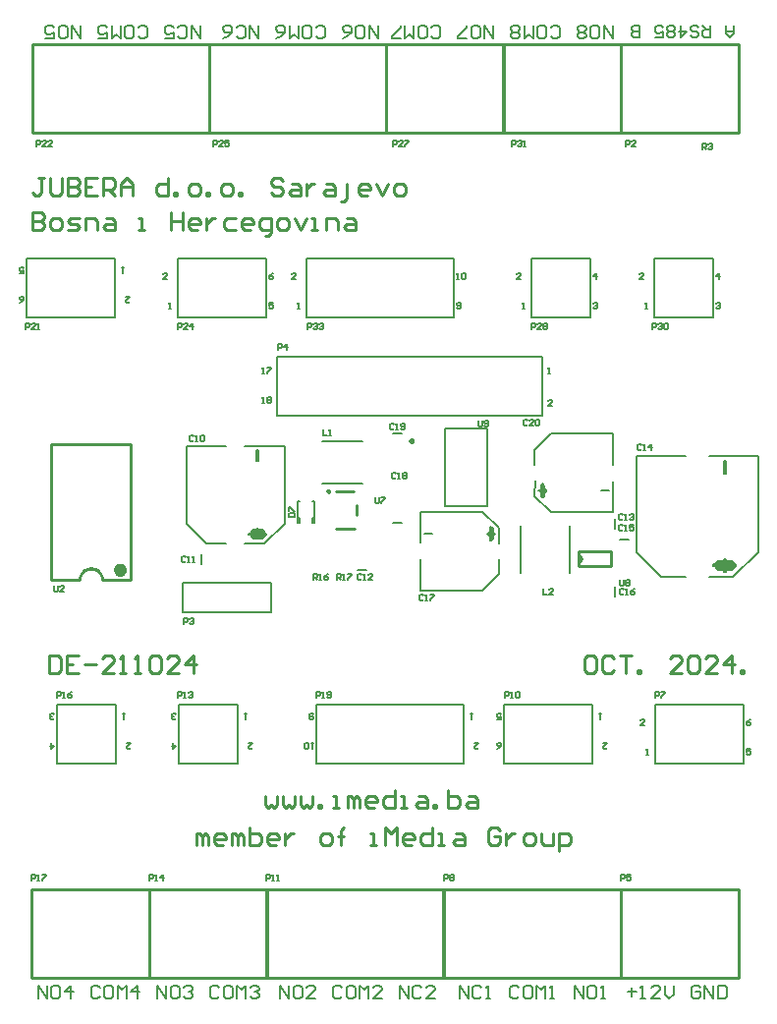
<source format=gto>
%FSDAX24Y24*%
%MOIN*%
%SFA1B1*%

%IPPOS*%
%ADD10C,0.010000*%
%ADD11C,0.009843*%
%ADD12C,0.005984*%
%ADD13C,0.006000*%
%ADD14C,0.007874*%
%ADD15C,0.008000*%
%ADD16C,0.005905*%
%ADD17C,0.005000*%
%ADD84C,0.005000*%
%ADD85C,0.010000*%
%ADD86C,0.020000*%
%LNpcb_baseboard-1*%
%LPD*%
G54D10*
X019938Y015018D02*
D01*
X019945Y015018*
X019951Y015019*
X019958Y015020*
X019964Y015021*
X019970Y015023*
X019977Y015026*
X019982Y015029*
X019988Y015032*
X019993Y015036*
X019999Y015040*
X020003Y015044*
X020008Y015049*
X020012Y015054*
X020016Y015059*
X020019Y015065*
X020023Y015070*
X020025Y015076*
X020027Y015082*
X020029Y015089*
X020031Y015095*
X020031Y015102*
X020032Y015108*
Y015115*
X020031Y015121*
X020031Y015128*
X020029Y015134*
X020027Y015140*
X020025Y015146*
X020023Y015152*
X020019Y015158*
X020016Y015164*
X020012Y015169*
X020008Y015174*
X020003Y015179*
X019999Y015183*
X019993Y015187*
X019988Y015191*
X019982Y015194*
X019977Y015197*
X019970Y015199*
X019964Y015201*
X019958Y015203*
X019951Y015204*
X019945Y015205*
X019938Y015205*
X003783Y014400D02*
D01*
X003782Y014426*
X003780Y014453*
X003775Y014480*
X003768Y014506*
X003760Y014531*
X003750Y014556*
X003738Y014580*
X003725Y014604*
X003710Y014626*
X003693Y014647*
X003675Y014667*
X003656Y014686*
X003635Y014703*
X003614Y014719*
X003591Y014733*
X003567Y014746*
X003543Y014756*
X003517Y014766*
X003491Y014773*
X003465Y014779*
X003439Y014782*
X003412Y014784*
X003385*
X003358Y014782*
X003331Y014779*
X003305Y014773*
X003279Y014766*
X003254Y014756*
X003230Y014746*
X003206Y014733*
X003183Y014719*
X003161Y014703*
X003141Y014686*
X003121Y014667*
X003103Y014647*
X003087Y014626*
X003072Y014604*
X003058Y014580*
X003047Y014556*
X003037Y014531*
X003028Y014506*
X003022Y014480*
X003017Y014453*
X003014Y014426*
X003013Y014400*
X011475Y017404D02*
D01*
X011475Y017406*
X011475Y017407*
X011475Y017409*
X011475Y017411*
X011474Y017413*
X011473Y017414*
X011473Y017416*
X011472Y017417*
X011471Y017419*
X011470Y017420*
X011468Y017421*
X011467Y017423*
X011466Y017424*
X011464Y017425*
X011463Y017426*
X011461Y017427*
X011460Y017427*
X011458Y017428*
X011456Y017428*
X011455Y017429*
X011453Y017429*
X011451Y017429*
X011449*
X011448Y017429*
X011446Y017429*
X011444Y017428*
X011443Y017428*
X011441Y017427*
X011439Y017427*
X011438Y017426*
X011436Y017425*
X011435Y017424*
X011433Y017423*
X011432Y017421*
X011431Y017420*
X011430Y017419*
X011429Y017417*
X011428Y017416*
X011427Y017414*
X011427Y017413*
X011426Y017411*
X011426Y017409*
X011425Y017407*
X011425Y017406*
X011425Y017404*
X011425Y017402*
X011425Y017400*
X011426Y017399*
X011426Y017397*
X011427Y017395*
X011427Y017394*
X011428Y017392*
X011429Y017391*
X011430Y017389*
X011431Y017388*
X011432Y017386*
X011433Y017385*
X011435Y017384*
X011436Y017383*
X011438Y017382*
X011439Y017381*
X011441Y017381*
X011443Y017380*
X011444Y017379*
X011446Y017379*
X011448Y017379*
X011449Y017379*
X011451*
X011453Y017379*
X011455Y017379*
X011456Y017379*
X011458Y017380*
X011460Y017381*
X011461Y017381*
X011463Y017382*
X011464Y017383*
X011466Y017384*
X011467Y017385*
X011468Y017386*
X011470Y017388*
X011471Y017389*
X011472Y017391*
X011473Y017392*
X011473Y017394*
X011474Y017395*
X011475Y017397*
X011475Y017399*
X011475Y017400*
X011475Y017402*
X011475Y017404*
X019938Y015018D02*
Y015350D01*
Y014870D02*
Y015205D01*
Y014870D02*
X021061D01*
Y015350*
X019938D02*
X021061D01*
X002046Y014400D02*
Y019000D01*
X004746*
Y014400D02*
Y019000D01*
X003794Y014400D02*
X004746D01*
X002046D02*
X003013D01*
X012404Y016601D02*
Y016949D01*
X011711Y016145D02*
X012341D01*
X011719Y017412D02*
X012325D01*
X021380Y032565D02*
X025380D01*
X021380Y029565D02*
Y032565D01*
X025380Y029565D02*
Y032565D01*
X021380Y029565D02*
X025380D01*
X013410Y032565D02*
X017410D01*
X013410Y029565D02*
Y032565D01*
X017410Y029565D02*
Y032565D01*
X013410Y029565D02*
X017410D01*
X017380Y032565D02*
X021380D01*
X017380Y029565D02*
Y032565D01*
X021380Y029565D02*
Y032565D01*
X017380Y029565D02*
X021380D01*
X007400D02*
X013400D01*
X007400Y032565D02*
X013400D01*
X007400Y029565D02*
Y032565D01*
X013400Y029565D02*
Y032565D01*
X001400D02*
X007400D01*
X001400Y029565D02*
X007400D01*
Y032565*
X001400Y029565D02*
Y032565D01*
X001385Y003900D02*
X005385D01*
X001385Y000900D02*
Y003900D01*
X005385Y000900D02*
Y003900D01*
X001385Y000900D02*
X005385D01*
X005370Y003900D02*
X009370D01*
X005370Y000900D02*
Y003900D01*
X009370Y000900D02*
Y003900D01*
X005370Y000900D02*
X009370D01*
X021370D02*
Y003900D01*
X015370Y000900D02*
Y003900D01*
X021370*
X015370Y000900D02*
X021370D01*
X009360D02*
Y003900D01*
X015360Y000900D02*
Y003900D01*
X009360Y000900D02*
X015360D01*
X009360Y003900D02*
X015360D01*
X021370D02*
X025370D01*
X021370Y000900D02*
Y003900D01*
X025370Y000900D02*
Y003900D01*
X021370Y000900D02*
X025370D01*
X006970Y005410D02*
Y005809D01*
X007069*
X007169Y005709*
Y005410*
Y005709*
X007269Y005809*
X007369Y005709*
Y005410*
X007869D02*
X007669D01*
X007569Y005509*
Y005709*
X007669Y005809*
X007869*
X007969Y005709*
Y005609*
X007569*
X008169Y005410D02*
Y005809D01*
X008269*
X008369Y005709*
Y005410*
Y005709*
X008469Y005809*
X008569Y005709*
Y005410*
X008769Y006009D02*
Y005410D01*
X009069*
X009169Y005509*
Y005609*
Y005709*
X009069Y005809*
X008769*
X009669Y005410D02*
X009469D01*
X009369Y005509*
Y005709*
X009469Y005809*
X009669*
X009769Y005709*
Y005609*
X009369*
X009969Y005809D02*
Y005410D01*
Y005609*
X010069Y005709*
X010168Y005809*
X010268*
X011268Y005410D02*
X011468D01*
X011568Y005509*
Y005709*
X011468Y005809*
X011268*
X011168Y005709*
Y005509*
X011268Y005410*
X011868D02*
Y005909D01*
Y005709*
X011768*
X011968*
X011868*
Y005909*
X011968Y006009*
X012868Y005410D02*
X013068D01*
X012968*
Y005809*
X012868*
X013367Y005410D02*
Y006009D01*
X013567Y005809*
X013767Y006009*
Y005410*
X014267D02*
X014067D01*
X013967Y005509*
Y005709*
X014067Y005809*
X014267*
X014367Y005709*
Y005609*
X013967*
X014967Y006009D02*
Y005410D01*
X014667*
X014567Y005509*
Y005709*
X014667Y005809*
X014967*
X015167Y005410D02*
X015367D01*
X015267*
Y005809*
X015167*
X015767D02*
X015967D01*
X016067Y005709*
Y005410*
X015767*
X015667Y005509*
X015767Y005609*
X016067*
X017266Y005909D02*
X017166Y006009D01*
X016966*
X016866Y005909*
Y005509*
X016966Y005410*
X017166*
X017266Y005509*
Y005709*
X017066*
X017466Y005809D02*
Y005410D01*
Y005609*
X017566Y005709*
X017666Y005809*
X017766*
X018166Y005410D02*
X018366D01*
X018466Y005509*
Y005709*
X018366Y005809*
X018166*
X018066Y005709*
Y005509*
X018166Y005410*
X018666Y005809D02*
Y005509D01*
X018766Y005410*
X019066*
Y005809*
X019266Y005210D02*
Y005809D01*
X019565*
X019665Y005709*
Y005509*
X019565Y005410*
X019266*
X009320Y007079D02*
Y006779D01*
X009419Y006680*
X009519Y006779*
X009619Y006680*
X009719Y006779*
Y007079*
X009919D02*
Y006779D01*
X010019Y006680*
X010119Y006779*
X010219Y006680*
X010319Y006779*
Y007079*
X010519D02*
Y006779D01*
X010619Y006680*
X010719Y006779*
X010819Y006680*
X010919Y006779*
Y007079*
X011119Y006680D02*
Y006779D01*
X011219*
Y006680*
X011119*
X011619D02*
X011819D01*
X011719*
Y007079*
X011619*
X012119Y006680D02*
Y007079D01*
X012219*
X012319Y006979*
Y006680*
Y006979*
X012419Y007079*
X012518Y006979*
Y006680*
X013018D02*
X012818D01*
X012718Y006779*
Y006979*
X012818Y007079*
X013018*
X013118Y006979*
Y006879*
X012718*
X013718Y007279D02*
Y006680D01*
X013418*
X013318Y006779*
Y006979*
X013418Y007079*
X013718*
X013918Y006680D02*
X014118D01*
X014018*
Y007079*
X013918*
X014518D02*
X014718D01*
X014818Y006979*
Y006680*
X014518*
X014418Y006779*
X014518Y006879*
X014818*
X015018Y006680D02*
Y006779D01*
X015118*
Y006680*
X015018*
X015517Y007279D02*
Y006680D01*
X015817*
X015917Y006779*
Y006879*
Y006979*
X015817Y007079*
X015517*
X016217D02*
X016417D01*
X016517Y006979*
Y006680*
X016217*
X016117Y006779*
X016217Y006879*
X016517*
X020459Y011819D02*
X020259D01*
X020160Y011719*
Y011319*
X020259Y011220*
X020459*
X020559Y011319*
Y011719*
X020459Y011819*
X021159Y011719D02*
X021059Y011819D01*
X020859*
X020759Y011719*
Y011319*
X020859Y011220*
X021059*
X021159Y011319*
X021359Y011819D02*
X021759D01*
X021559*
Y011220*
X021959D02*
Y011319D01*
X022059*
Y011220*
X021959*
X023458D02*
X023059D01*
X023458Y011619*
Y011719*
X023358Y011819*
X023159*
X023059Y011719*
X023658D02*
X023758Y011819D01*
X023958*
X024058Y011719*
Y011319*
X023958Y011220*
X023758*
X023658Y011319*
Y011719*
X024658Y011220D02*
X024258D01*
X024658Y011619*
Y011719*
X024558Y011819*
X024358*
X024258Y011719*
X025158Y011220D02*
Y011819D01*
X024858Y011519*
X025258*
X025458Y011220D02*
Y011319D01*
X025558*
Y011220*
X025458*
X001799Y028019D02*
X001599D01*
X001699*
Y027519*
X001599Y027420*
X001499*
X001400Y027519*
X001999Y028019D02*
Y027519D01*
X002099Y027420*
X002299*
X002399Y027519*
Y028019*
X002599D02*
Y027420D01*
X002899*
X002999Y027519*
Y027619*
X002899Y027719*
X002599*
X002899*
X002999Y027819*
Y027919*
X002899Y028019*
X002599*
X003599D02*
X003199D01*
Y027420*
X003599*
X003199Y027719D02*
X003399D01*
X003799Y027420D02*
Y028019D01*
X004099*
X004199Y027919*
Y027719*
X004099Y027619*
X003799*
X003999D02*
X004199Y027420D01*
X004399D02*
Y027819D01*
X004598Y028019*
X004798Y027819*
Y027420*
Y027719*
X004399*
X005998Y028019D02*
Y027420D01*
X005698*
X005598Y027519*
Y027719*
X005698Y027819*
X005998*
X006198Y027420D02*
Y027519D01*
X006298*
Y027420*
X006198*
X006798D02*
X006998D01*
X007098Y027519*
Y027719*
X006998Y027819*
X006798*
X006698Y027719*
Y027519*
X006798Y027420*
X007298D02*
Y027519D01*
X007398*
Y027420*
X007298*
X007897D02*
X008097D01*
X008197Y027519*
Y027719*
X008097Y027819*
X007897*
X007797Y027719*
Y027519*
X007897Y027420*
X008397D02*
Y027519D01*
X008497*
Y027420*
X008397*
X009897Y027919D02*
X009797Y028019D01*
X009597*
X009497Y027919*
Y027819*
X009597Y027719*
X009797*
X009897Y027619*
Y027519*
X009797Y027420*
X009597*
X009497Y027519*
X010197Y027819D02*
X010397D01*
X010497Y027719*
Y027420*
X010197*
X010097Y027519*
X010197Y027619*
X010497*
X010697Y027819D02*
Y027420D01*
Y027619*
X010796Y027719*
X010896Y027819*
X010996*
X011396D02*
X011596D01*
X011696Y027719*
Y027420*
X011396*
X011296Y027519*
X011396Y027619*
X011696*
X011896Y027220D02*
X011996D01*
X012096Y027320*
Y027819*
X012796Y027420D02*
X012596D01*
X012496Y027519*
Y027719*
X012596Y027819*
X012796*
X012896Y027719*
Y027619*
X012496*
X013096Y027819D02*
X013296Y027420D01*
X013496Y027819*
X013795Y027420D02*
X013995D01*
X014095Y027519*
Y027719*
X013995Y027819*
X013795*
X013696Y027719*
Y027519*
X013795Y027420*
X001400Y026879D02*
Y026280D01*
X001699*
X001799Y026379*
Y026479*
X001699Y026579*
X001400*
X001699*
X001799Y026679*
Y026779*
X001699Y026879*
X001400*
X002099Y026280D02*
X002299D01*
X002399Y026379*
Y026579*
X002299Y026679*
X002099*
X001999Y026579*
Y026379*
X002099Y026280*
X002599D02*
X002899D01*
X002999Y026379*
X002899Y026479*
X002699*
X002599Y026579*
X002699Y026679*
X002999*
X003199Y026280D02*
Y026679D01*
X003499*
X003599Y026579*
Y026280*
X003899Y026679D02*
X004099D01*
X004199Y026579*
Y026280*
X003899*
X003799Y026379*
X003899Y026479*
X004199*
X004998Y026280D02*
X005198D01*
X005098*
Y026679*
X004998*
X006098Y026879D02*
Y026280D01*
Y026579*
X006498*
Y026879*
Y026280*
X006998D02*
X006798D01*
X006698Y026379*
Y026579*
X006798Y026679*
X006998*
X007098Y026579*
Y026479*
X006698*
X007298Y026679D02*
Y026280D01*
Y026479*
X007398Y026579*
X007498Y026679*
X007597*
X008297D02*
X007997D01*
X007897Y026579*
Y026379*
X007997Y026280*
X008297*
X008797D02*
X008597D01*
X008497Y026379*
Y026579*
X008597Y026679*
X008797*
X008897Y026579*
Y026479*
X008497*
X009297Y026080D02*
X009397D01*
X009497Y026180*
Y026679*
X009197*
X009097Y026579*
Y026379*
X009197Y026280*
X009497*
X009797D02*
X009997D01*
X010097Y026379*
Y026579*
X009997Y026679*
X009797*
X009697Y026579*
Y026379*
X009797Y026280*
X010297Y026679D02*
X010497Y026280D01*
X010697Y026679*
X010896Y026280D02*
X011096D01*
X010996*
Y026679*
X010896*
X011396Y026280D02*
Y026679D01*
X011696*
X011796Y026579*
Y026280*
X012096Y026679D02*
X012296D01*
X012396Y026579*
Y026280*
X012096*
X011996Y026379*
X012096Y026479*
X012396*
X001980Y011819D02*
Y011220D01*
X002279*
X002379Y011319*
Y011719*
X002279Y011819*
X001980*
X002979D02*
X002579D01*
Y011220*
X002979*
X002579Y011519D02*
X002779D01*
X003179D02*
X003579D01*
X004179Y011220D02*
X003779D01*
X004179Y011619*
Y011719*
X004079Y011819*
X003879*
X003779Y011719*
X004379Y011220D02*
X004579D01*
X004479*
Y011819*
X004379Y011719*
X004879Y011220D02*
X005079D01*
X004979*
Y011819*
X004879Y011719*
X005378D02*
X005478Y011819D01*
X005678*
X005778Y011719*
Y011319*
X005678Y011220*
X005478*
X005378Y011319*
Y011719*
X006378Y011220D02*
X005978D01*
X006378Y011619*
Y011719*
X006278Y011819*
X006078*
X005978Y011719*
X006878Y011220D02*
Y011819D01*
X006578Y011519*
X006978*
G54D11*
X014327Y019111D02*
D01*
X014327Y019114*
X014327Y019117*
X014326Y019121*
X014325Y019124*
X014324Y019127*
X014323Y019131*
X014321Y019134*
X014320Y019137*
X014318Y019139*
X014316Y019142*
X014313Y019145*
X014311Y019147*
X014308Y019149*
X014305Y019151*
X014302Y019153*
X014299Y019155*
X014296Y019156*
X014293Y019157*
X014290Y019158*
X014286Y019159*
X014283Y019159*
X014280Y019160*
X014276*
X014273Y019159*
X014269Y019159*
X014266Y019158*
X014263Y019157*
X014259Y019156*
X014256Y019155*
X014253Y019153*
X014250Y019151*
X014248Y019149*
X014245Y019147*
X014242Y019145*
X014240Y019142*
X014238Y019139*
X014236Y019137*
X014234Y019134*
X014233Y019131*
X014232Y019127*
X014231Y019124*
X014230Y019121*
X014229Y019117*
X014229Y019114*
X014229Y019111*
X014229Y019107*
X014229Y019104*
X014230Y019100*
X014231Y019097*
X014232Y019094*
X014233Y019091*
X014234Y019087*
X014236Y019084*
X014238Y019082*
X014240Y019079*
X014242Y019076*
X014245Y019074*
X014248Y019072*
X014250Y019070*
X014253Y019068*
X014256Y019066*
X014259Y019065*
X014263Y019064*
X014266Y019063*
X014269Y019062*
X014273Y019062*
X014276Y019061*
X014280*
X014283Y019062*
X014286Y019062*
X014290Y019063*
X014293Y019064*
X014296Y019065*
X014299Y019066*
X014302Y019068*
X014305Y019070*
X014308Y019072*
X014311Y019074*
X014313Y019076*
X014316Y019079*
X014318Y019082*
X014320Y019084*
X014321Y019087*
X014323Y019091*
X014324Y019094*
X014325Y019097*
X014326Y019100*
X014327Y019104*
X014327Y019107*
X014327Y019111*
G54D12*
X021914Y018615D02*
X023576D01*
X024368D02*
X026030D01*
X024368Y014499D02*
X025188D01*
X022755D02*
X023576D01*
G54D13*
X021914Y015340D02*
Y018615D01*
Y015340D02*
X022755Y014499D01*
X026030Y015340D02*
Y018615D01*
X025188Y014499D02*
X026030Y015340D01*
X017239Y014591D02*
Y015100D01*
X016689Y014041D02*
X017239Y014591D01*
X014580Y014041D02*
X016689D01*
X014580D02*
X014583Y015092D01*
X017233Y015640D02*
X017238Y016150D01*
X016689Y016700D02*
X017238Y016150D01*
X014580Y016700D02*
X016689D01*
X014580D02*
X014588Y015662D01*
X008608Y018940D02*
X009963D01*
Y016315D02*
Y018940D01*
X009280Y015632D02*
X009963Y016315D01*
X008608Y015632D02*
X009280D01*
X006636Y018940D02*
X007991D01*
X006636Y016315D02*
Y018940D01*
Y016315D02*
X007319Y015632D01*
X007991*
X021111Y017737D02*
X021119Y016700D01*
X019010D02*
X021119D01*
X018461Y017249D02*
X019010Y016700D01*
X018461Y017249D02*
X018466Y017759D01*
X021116Y018307D02*
X021119Y019358D01*
X019010D02*
X021119D01*
X018460Y018808D02*
X019010Y019358D01*
X018460Y018299D02*
Y018808D01*
G54D14*
X021169Y016142D02*
Y016457D01*
Y013842D02*
Y014157D01*
X016857Y016886D02*
Y019524D01*
X015400Y016886D02*
X016857D01*
X015400D02*
Y019524D01*
X016857*
X012442Y014730D02*
X012757D01*
X010483Y016325D02*
Y016483D01*
X010404D02*
X010483D01*
X010916D02*
X010995D01*
X010916Y016325D02*
Y016483D01*
X010995Y016325D02*
Y017074D01*
X010404Y016325D02*
Y017074D01*
X010916D02*
X010995D01*
X010916Y016325D02*
X010995D01*
X010404Y017074D02*
X010483D01*
X010404Y016325D02*
X010483D01*
X007130Y014942D02*
Y015257D01*
X002260Y010162D02*
X004260D01*
X002260Y008162D02*
Y010162D01*
X004260Y008162D02*
Y010162D01*
X002260Y008162D02*
X004260D01*
X006390Y010162D02*
X008390D01*
X006390Y008162D02*
Y010162D01*
X008390Y008162D02*
Y010162D01*
X006390Y008162D02*
X008390D01*
X011040D02*
Y010162D01*
X016040Y008162D02*
Y010162D01*
X011040Y008162D02*
X016040D01*
X011040Y010162D02*
X016040D01*
X017420D02*
X019336D01*
X017420D02*
X020420D01*
X017420Y008162D02*
X020420D01*
Y010162*
X017420Y008162D02*
Y010162D01*
X023643Y008162D02*
X025560D01*
X022560D02*
X025560D01*
X022560Y010162D02*
X025560D01*
X022560Y008162D02*
Y010162D01*
X025560Y008162D02*
Y010162D01*
X001200Y025302D02*
X003116D01*
X001200D02*
X004200D01*
X001200Y023302D02*
X004200D01*
Y025302*
X001200Y023302D02*
Y025302D01*
X007424Y023302D02*
X009340D01*
X006340D02*
X009340D01*
X006340Y025302D02*
X009340D01*
X006340Y023302D02*
Y025302D01*
X009340Y023302D02*
Y025302D01*
X015700Y023302D02*
Y025302D01*
X010700Y023302D02*
Y025302D01*
X015700*
X010700Y023302D02*
X015700D01*
X018340D02*
X020340D01*
Y025302*
X018340Y023302D02*
Y025302D01*
X020340*
X022500Y023302D02*
X024500D01*
Y025302*
X022500Y023302D02*
Y025302D01*
X024500*
X009700Y019950D02*
Y021950D01*
X018700Y019950D02*
Y021950D01*
X009700Y019950D02*
X018700D01*
X009700Y021950D02*
X018700D01*
X006500Y013300D02*
X009500D01*
Y014300*
X006500D02*
X009500D01*
X006500Y013300D02*
Y014300D01*
X013642Y019369D02*
X013957D01*
X021342Y015769D02*
X021657D01*
X013642Y016330D02*
X013957D01*
G54D15*
X017996Y016220D02*
Y014645D01*
X019650D02*
Y016220D01*
X001600Y000200D02*
Y000649D01*
X001899Y000200*
Y000649*
X002274D02*
X002124D01*
X002049Y000574*
Y000274*
X002124Y000200*
X002274*
X002349Y000274*
Y000574*
X002274Y000649*
X002724Y000200D02*
Y000649D01*
X002499Y000424*
X002799*
X003699Y000574D02*
X003624Y000649D01*
X003474*
X003399Y000574*
Y000274*
X003474Y000200*
X003624*
X003699Y000274*
X004074Y000649D02*
X003924D01*
X003849Y000574*
Y000274*
X003924Y000200*
X004074*
X004149Y000274*
Y000574*
X004074Y000649*
X004299Y000200D02*
Y000649D01*
X004449Y000499*
X004599Y000649*
Y000200*
X004973D02*
Y000649D01*
X004748Y000424*
X005048*
X005648Y000200D02*
Y000649D01*
X005948Y000200*
Y000649*
X006323D02*
X006173D01*
X006098Y000574*
Y000274*
X006173Y000200*
X006323*
X006398Y000274*
Y000574*
X006323Y000649*
X006548Y000574D02*
X006623Y000649D01*
X006773*
X006848Y000574*
Y000499*
X006773Y000424*
X006698*
X006773*
X006848Y000349*
Y000274*
X006773Y000200*
X006623*
X006548Y000274*
X007748Y000574D02*
X007673Y000649D01*
X007523*
X007448Y000574*
Y000274*
X007523Y000200*
X007673*
X007748Y000274*
X008122Y000649D02*
X007972D01*
X007897Y000574*
Y000274*
X007972Y000200*
X008122*
X008197Y000274*
Y000574*
X008122Y000649*
X008347Y000200D02*
Y000649D01*
X008497Y000499*
X008647Y000649*
Y000200*
X008797Y000574D02*
X008872Y000649D01*
X009022*
X009097Y000574*
Y000499*
X009022Y000424*
X008947*
X009022*
X009097Y000349*
Y000274*
X009022Y000200*
X008872*
X008797Y000274*
X015900Y000200D02*
Y000649D01*
X016199Y000200*
Y000649*
X016649Y000574D02*
X016574Y000649D01*
X016424*
X016349Y000574*
Y000274*
X016424Y000200*
X016574*
X016649Y000274*
X016799Y000200D02*
X016949D01*
X016874*
Y000649*
X016799Y000574*
X017924D02*
X017849Y000649D01*
X017699*
X017624Y000574*
Y000274*
X017699Y000200*
X017849*
X017924Y000274*
X018299Y000649D02*
X018149D01*
X018074Y000574*
Y000274*
X018149Y000200*
X018299*
X018374Y000274*
Y000574*
X018299Y000649*
X018524Y000200D02*
Y000649D01*
X018674Y000499*
X018824Y000649*
Y000200*
X018974D02*
X019123D01*
X019048*
Y000649*
X018974Y000574*
X019798Y000200D02*
Y000649D01*
X020098Y000200*
Y000649*
X020473D02*
X020323D01*
X020248Y000574*
Y000274*
X020323Y000200*
X020473*
X020548Y000274*
Y000574*
X020473Y000649*
X020698Y000200D02*
X020848D01*
X020773*
Y000649*
X020698Y000574*
X021600Y000424D02*
X021899D01*
X021749Y000574D02*
Y000274D01*
X022049Y000200D02*
X022199D01*
X022124*
Y000649*
X022049Y000574*
X022724Y000200D02*
X022424D01*
X022724Y000499*
Y000574*
X022649Y000649*
X022499*
X022424Y000574*
X022874Y000649D02*
Y000349D01*
X023024Y000200*
X023174Y000349*
Y000649*
X024074Y000574D02*
X023999Y000649D01*
X023849*
X023774Y000574*
Y000274*
X023849Y000200*
X023999*
X024074Y000274*
Y000424*
X023924*
X024224Y000200D02*
Y000649D01*
X024524Y000200*
Y000649*
X024674D02*
Y000200D01*
X024898*
X024973Y000274*
Y000574*
X024898Y000649*
X024674*
X009821Y000200D02*
Y000649D01*
X010121Y000200*
Y000649*
X010496D02*
X010346D01*
X010271Y000574*
Y000274*
X010346Y000200*
X010496*
X010571Y000274*
Y000574*
X010496Y000649*
X011021Y000200D02*
X010721D01*
X011021Y000499*
Y000574*
X010946Y000649*
X010796*
X010721Y000574*
X011921D02*
X011846Y000649D01*
X011696*
X011621Y000574*
Y000274*
X011696Y000200*
X011846*
X011921Y000274*
X012295Y000649D02*
X012145D01*
X012071Y000574*
Y000274*
X012145Y000200*
X012295*
X012370Y000274*
Y000574*
X012295Y000649*
X012520Y000200D02*
Y000649D01*
X012670Y000499*
X012820Y000649*
Y000200*
X013270D02*
X012970D01*
X013270Y000499*
Y000574*
X013195Y000649*
X013045*
X012970Y000574*
X013870Y000200D02*
Y000649D01*
X014170Y000200*
Y000649*
X014620Y000574D02*
X014545Y000649D01*
X014395*
X014320Y000574*
Y000274*
X014395Y000200*
X014545*
X014620Y000274*
X015070Y000200D02*
X014770D01*
X015070Y000499*
Y000574*
X014995Y000649*
X014845*
X014770Y000574*
X021100Y033200D02*
Y032750D01*
X020800Y033200*
Y032750*
X020425D02*
X020575D01*
X020650Y032825*
Y033125*
X020575Y033200*
X020425*
X020350Y033125*
Y032825*
X020425Y032750*
X020200Y032825D02*
X020125Y032750D01*
X019975*
X019900Y032825*
Y032900*
X019975Y032975*
X019900Y033050*
Y033125*
X019975Y033200*
X020125*
X020200Y033125*
Y033050*
X020125Y032975*
X020200Y032900*
Y032825*
X020125Y032975D02*
X019975D01*
X019000Y032825D02*
X019075Y032750D01*
X019225*
X019300Y032825*
Y033125*
X019225Y033200*
X019075*
X019000Y033125*
X018625Y032750D02*
X018775D01*
X018850Y032825*
Y033125*
X018775Y033200*
X018625*
X018550Y033125*
Y032825*
X018625Y032750*
X018400Y033200D02*
Y032750D01*
X018250Y032900*
X018100Y032750*
Y033200*
X017951Y032825D02*
X017876Y032750D01*
X017726*
X017651Y032825*
Y032900*
X017726Y032975*
X017651Y033050*
Y033125*
X017726Y033200*
X017876*
X017951Y033125*
Y033050*
X017876Y032975*
X017951Y032900*
Y032825*
X017876Y032975D02*
X017726D01*
X017051Y033200D02*
Y032750D01*
X016751Y033200*
Y032750*
X016376D02*
X016526D01*
X016601Y032825*
Y033125*
X016526Y033200*
X016376*
X016301Y033125*
Y032825*
X016376Y032750*
X016151D02*
X015851D01*
Y032825*
X016151Y033125*
Y033200*
X014951Y032825D02*
X015026Y032750D01*
X015176*
X015251Y032825*
Y033125*
X015176Y033200*
X015026*
X014951Y033125*
X014577Y032750D02*
X014727D01*
X014802Y032825*
Y033125*
X014727Y033200*
X014577*
X014502Y033125*
Y032825*
X014577Y032750*
X014352Y033200D02*
Y032750D01*
X014202Y032900*
X014052Y032750*
Y033200*
X013902Y032750D02*
X013602D01*
Y032825*
X013902Y033125*
Y033200*
X013134D02*
Y032750D01*
X012834Y033200*
Y032750*
X012460D02*
X012610D01*
X012685Y032825*
Y033125*
X012610Y033200*
X012460*
X012385Y033125*
Y032825*
X012460Y032750*
X011935D02*
X012085Y032825D01*
X012235Y032975*
Y033125*
X012160Y033200*
X012010*
X011935Y033125*
Y033050*
X012010Y032975*
X012235*
X011035Y032825D02*
X011110Y032750D01*
X011260*
X011335Y032825*
Y033125*
X011260Y033200*
X011110*
X011035Y033125*
X010660Y032750D02*
X010810D01*
X010885Y032825*
Y033125*
X010810Y033200*
X010660*
X010585Y033125*
Y032825*
X010660Y032750*
X010435Y033200D02*
Y032750D01*
X010285Y032900*
X010135Y032750*
Y033200*
X009685Y032750D02*
X009835Y032825D01*
X009985Y032975*
Y033125*
X009910Y033200*
X009760*
X009685Y033125*
Y033050*
X009760Y032975*
X009985*
X009086Y033200D02*
Y032750D01*
X008786Y033200*
Y032750*
X008336Y032825D02*
X008411Y032750D01*
X008561*
X008636Y032825*
Y033125*
X008561Y033200*
X008411*
X008336Y033125*
X007886Y032750D02*
X008036Y032825D01*
X008186Y032975*
Y033125*
X008111Y033200*
X007961*
X007886Y033125*
Y033050*
X007961Y032975*
X008186*
X007100Y033200D02*
Y032750D01*
X006800Y033200*
Y032750*
X006350Y032825D02*
X006425Y032750D01*
X006575*
X006650Y032825*
Y033125*
X006575Y033200*
X006425*
X006350Y033125*
X005900Y032750D02*
X006200D01*
Y032975*
X006050Y032900*
X005975*
X005900Y032975*
Y033125*
X005975Y033200*
X006125*
X006200Y033125*
X005000Y032825D02*
X005075Y032750D01*
X005225*
X005300Y032825*
Y033125*
X005225Y033200*
X005075*
X005000Y033125*
X004625Y032750D02*
X004775D01*
X004850Y032825*
Y033125*
X004775Y033200*
X004625*
X004550Y033125*
Y032825*
X004625Y032750*
X004400Y033200D02*
Y032750D01*
X004250Y032900*
X004100Y032750*
Y033200*
X003651Y032750D02*
X003951D01*
Y032975*
X003801Y032900*
X003726*
X003651Y032975*
Y033125*
X003726Y033200*
X003876*
X003951Y033125*
X003051Y033200D02*
Y032750D01*
X002751Y033200*
Y032750*
X002376D02*
X002526D01*
X002601Y032825*
Y033125*
X002526Y033200*
X002376*
X002301Y033125*
Y032825*
X002376Y032750*
X001851D02*
X002151D01*
Y032975*
X002001Y032900*
X001926*
X001851Y032975*
Y033125*
X001926Y033200*
X002076*
X002151Y033125*
X025200Y033200D02*
Y032933D01*
X025066Y032800*
X024933Y032933*
Y033200*
Y033000*
X025200*
X024400Y033200D02*
Y032800D01*
X024200*
X024133Y032866*
Y033000*
X024200Y033066*
X024400*
X024266D02*
X024133Y033200D01*
X023733Y032866D02*
X023800Y032800D01*
X023933*
X024000Y032866*
Y032933*
X023933Y033000*
X023800*
X023733Y033066*
Y033133*
X023800Y033200*
X023933*
X024000Y033133*
X023400Y033200D02*
Y032800D01*
X023600Y033000*
X023333*
X023200Y032866D02*
X023134Y032800D01*
X023000*
X022934Y032866*
Y032933*
X023000Y033000*
X022934Y033066*
Y033133*
X023000Y033200*
X023134*
X023200Y033133*
Y033066*
X023134Y033000*
X023200Y032933*
Y032866*
X023134Y033000D02*
X023000D01*
X022534Y032800D02*
X022800D01*
Y033000*
X022667Y032933*
X022600*
X022534Y033000*
Y033133*
X022600Y033200*
X022734*
X022800Y033133*
X022001Y032800D02*
Y033200D01*
X021801*
X021734Y033133*
Y033066*
X021801Y033000*
X022001*
X021801*
X021734Y032933*
Y032866*
X021801Y032800*
X022001*
G54D16*
X011243Y017682D02*
X012621D01*
X011243Y019100D02*
X012621D01*
G54D17*
X002160Y009696D02*
X002126Y009663D01*
X002060*
X002026Y009696*
Y009729*
X002060Y009763*
X002093*
X002060*
X002026Y009796*
Y009829*
X002060Y009862*
X002126*
X002160Y009829*
X002060Y008862D02*
Y008663D01*
X002160Y008763*
X002026*
X004626Y008862D02*
X004760D01*
X004626Y008729*
Y008696*
X004660Y008663*
X004726*
X004760Y008696*
X004560Y009862D02*
X004493D01*
X004526*
Y009663*
X004560Y009696*
X006290D02*
X006256Y009663D01*
X006190*
X006156Y009696*
Y009729*
X006190Y009763*
X006223*
X006190*
X006156Y009796*
Y009829*
X006190Y009862*
X006256*
X006290Y009829*
X006190Y008862D02*
Y008663D01*
X006290Y008763*
X006156*
X008756Y008862D02*
X008890D01*
X008756Y008729*
Y008696*
X008790Y008663*
X008856*
X008890Y008696*
X008690Y009862D02*
X008623D01*
X008656*
Y009663*
X008690Y009696*
X016406Y008862D02*
X016540D01*
X016406Y008729*
Y008696*
X016440Y008663*
X016506*
X016540Y008696*
X016340Y009862D02*
X016273D01*
X016306*
Y009663*
X016340Y009696*
X010940Y009829D02*
X010906Y009862D01*
X010840*
X010806Y009829*
Y009696*
X010840Y009663*
X010906*
X010940Y009696*
Y009729*
X010906Y009763*
X010806*
X010940Y008862D02*
X010873D01*
X010906*
Y008663*
X010940Y008696*
X010773D02*
X010740Y008663D01*
X010673*
X010640Y008696*
Y008829*
X010673Y008862*
X010740*
X010773Y008829*
Y008696*
X020720Y009862D02*
X020653D01*
X020686*
Y009663*
X020720Y009696*
X020786Y008862D02*
X020920D01*
X020786Y008729*
Y008696*
X020820Y008663*
X020886*
X020920Y008696*
X017186Y009663D02*
X017320D01*
Y009763*
X017253Y009729*
X017220*
X017186Y009763*
Y009829*
X017220Y009862*
X017286*
X017320Y009829*
X017186Y008663D02*
X017253Y008696D01*
X017320Y008763*
Y008829*
X017286Y008862*
X017220*
X017186Y008829*
Y008796*
X017220Y008763*
X017320*
X022260Y008462D02*
X022326D01*
X022293*
Y008662*
X022260Y008629*
X022193Y009462D02*
X022060D01*
X022193Y009596*
Y009629*
X022159Y009662*
X022093*
X022060Y009629*
X025793Y008662D02*
X025660D01*
Y008562*
X025726Y008596*
X025759*
X025793Y008562*
Y008496*
X025759Y008462*
X025693*
X025660Y008496*
X025793Y009662D02*
X025726Y009629D01*
X025660Y009562*
Y009496*
X025693Y009462*
X025759*
X025793Y009496*
Y009529*
X025759Y009562*
X025660*
X004500Y025002D02*
X004433D01*
X004466*
Y024803*
X004500Y024836*
X004566Y024002D02*
X004700D01*
X004566Y023869*
Y023836*
X004600Y023803*
X004666*
X004700Y023836*
X000966Y024803D02*
X001100D01*
Y024903*
X001033Y024869*
X001000*
X000966Y024903*
Y024969*
X001000Y025002*
X001066*
X001100Y024969*
X000966Y023803D02*
X001033Y023836D01*
X001100Y023903*
Y023969*
X001066Y024002*
X001000*
X000966Y023969*
Y023936*
X001000Y023903*
X001100*
X006040Y023602D02*
X006107D01*
X006074*
Y023802*
X006040Y023769*
X005974Y024602D02*
X005840D01*
X005974Y024736*
Y024769*
X005940Y024802*
X005874*
X005840Y024769*
X009573Y023802D02*
X009440D01*
Y023702*
X009507Y023736*
X009540*
X009573Y023702*
Y023636*
X009540Y023602*
X009474*
X009440Y023636*
X009573Y024802D02*
X009507Y024769D01*
X009440Y024702*
Y024636*
X009474Y024602*
X009540*
X009573Y024636*
Y024669*
X009540Y024702*
X009440*
X010333Y024602D02*
X010200D01*
X010333Y024736*
Y024769*
X010299Y024802*
X010233*
X010200Y024769*
X010400Y023602D02*
X010466D01*
X010433*
Y023802*
X010400Y023769*
X015800Y023636D02*
X015833Y023602D01*
X015899*
X015933Y023636*
Y023769*
X015899Y023802*
X015833*
X015800Y023769*
Y023736*
X015833Y023702*
X015933*
X015800Y024602D02*
X015866D01*
X015833*
Y024802*
X015800Y024769*
X015966D02*
X015999Y024802D01*
X016066*
X016099Y024769*
Y024636*
X016066Y024602*
X015999*
X015966Y024636*
Y024769*
X020440Y023769D02*
X020473Y023802D01*
X020539*
X020573Y023769*
Y023736*
X020539Y023702*
X020506*
X020539*
X020573Y023669*
Y023636*
X020539Y023602*
X020473*
X020440Y023636*
X020539Y024602D02*
Y024802D01*
X020440Y024702*
X020573*
X017973Y024602D02*
X017840D01*
X017973Y024736*
Y024769*
X017939Y024802*
X017873*
X017840Y024769*
X018040Y023602D02*
X018106D01*
X018073*
Y023802*
X018040Y023769*
X024600D02*
X024633Y023802D01*
X024699*
X024733Y023769*
Y023736*
X024699Y023702*
X024666*
X024699*
X024733Y023669*
Y023636*
X024699Y023602*
X024633*
X024600Y023636*
X024699Y024602D02*
Y024802D01*
X024600Y024702*
X024733*
X022133Y024602D02*
X022000D01*
X022133Y024736*
Y024769*
X022099Y024802*
X022033*
X022000Y024769*
X022200Y023602D02*
X022266D01*
X022233*
Y023802*
X022200Y023769*
X019033Y020300D02*
X018900D01*
X019033Y020433*
Y020466*
X018999Y020499*
X018933*
X018900Y020466*
Y021400D02*
X018966D01*
X018933*
Y021599*
X018900Y021566*
X009200Y021400D02*
X009266D01*
X009233*
Y021599*
X009200Y021566*
X009366Y021599D02*
X009499D01*
Y021566*
X009366Y021433*
Y021400*
X009200Y020400D02*
X009266D01*
X009233*
Y020599*
X009200Y020566*
X009366D02*
X009399Y020599D01*
X009466*
X009499Y020566*
Y020533*
X009466Y020499*
X009499Y020466*
Y020433*
X009466Y020400*
X009399*
X009366Y020433*
Y020466*
X009399Y020499*
X009366Y020533*
Y020566*
X009399Y020499D02*
X009466D01*
X006533Y012900D02*
Y013099D01*
X006633*
X006666Y013066*
Y013000*
X006633Y012966*
X006533*
X006733Y013066D02*
X006766Y013099D01*
X006833*
X006866Y013066*
Y013033*
X006833Y013000*
X006799*
X006833*
X006866Y012966*
Y012933*
X006833Y012900*
X006766*
X006733Y012933*
X016533Y019799D02*
Y019633D01*
X016566Y019600*
X016633*
X016666Y019633*
Y019799*
X016733Y019633D02*
X016766Y019600D01*
X016833*
X016866Y019633*
Y019766*
X016833Y019799*
X016766*
X016733Y019766*
Y019733*
X016766Y019700*
X016866*
X021333Y014399D02*
Y014233D01*
X021366Y014200*
X021433*
X021466Y014233*
Y014399*
X021533Y014366D02*
X021566Y014399D01*
X021633*
X021666Y014366*
Y014333*
X021633Y014300*
X021666Y014266*
Y014233*
X021633Y014200*
X021566*
X021533Y014233*
Y014266*
X021566Y014300*
X021533Y014333*
Y014366*
X021566Y014300D02*
X021633D01*
X013033Y017199D02*
Y017033D01*
X013066Y017000*
X013133*
X013166Y017033*
Y017199*
X013233D02*
X013366D01*
Y017166*
X013233Y017033*
Y017000*
X002133Y014199D02*
Y014033D01*
X002166Y014000*
X002233*
X002266Y014033*
Y014199*
X002466Y014000D02*
X002333D01*
X002466Y014133*
Y014166*
X002433Y014199*
X002366*
X002333Y014166*
X011750Y014400D02*
Y014599D01*
X011850*
X011883Y014566*
Y014500*
X011850Y014466*
X011750*
X011816D02*
X011883Y014400D01*
X011950D02*
X012016D01*
X011983*
Y014599*
X011950Y014566*
X012116Y014599D02*
X012249D01*
Y014566*
X012116Y014433*
Y014400*
X010950D02*
Y014599D01*
X011050*
X011083Y014566*
Y014500*
X011050Y014466*
X010950*
X011016D02*
X011083Y014400D01*
X011150D02*
X011216D01*
X011183*
Y014599*
X011150Y014566*
X011449Y014599D02*
X011383Y014566D01*
X011316Y014500*
Y014433*
X011349Y014400*
X011416*
X011449Y014433*
Y014466*
X011416Y014500*
X011316*
X024133Y029000D02*
Y029199D01*
X024233*
X024266Y029166*
Y029100*
X024233Y029066*
X024133*
X024200D02*
X024266Y029000D01*
X024333Y029166D02*
X024366Y029199D01*
X024433*
X024466Y029166*
Y029133*
X024433Y029100*
X024399*
X024433*
X024466Y029066*
Y029033*
X024433Y029000*
X024366*
X024333Y029033*
X010733Y022900D02*
Y023099D01*
X010833*
X010866Y023066*
Y023000*
X010833Y022966*
X010733*
X010933Y023066D02*
X010966Y023099D01*
X011033*
X011066Y023066*
Y023033*
X011033Y023000*
X011000*
X011033*
X011066Y022966*
Y022933*
X011033Y022900*
X010966*
X010933Y022933*
X011133Y023066D02*
X011166Y023099D01*
X011233*
X011266Y023066*
Y023033*
X011233Y023000*
X011199*
X011233*
X011266Y022966*
Y022933*
X011233Y022900*
X011166*
X011133Y022933*
X017666Y029100D02*
Y029299D01*
X017766*
X017800Y029266*
Y029200*
X017766Y029166*
X017666*
X017866Y029266D02*
X017900Y029299D01*
X017966*
X017999Y029266*
Y029233*
X017966Y029200*
X017933*
X017966*
X017999Y029166*
Y029133*
X017966Y029100*
X017900*
X017866Y029133*
X018066Y029100D02*
X018133D01*
X018099*
Y029299*
X018066Y029266*
X022433Y022900D02*
Y023099D01*
X022533*
X022566Y023066*
Y023000*
X022533Y022966*
X022433*
X022633Y023066D02*
X022666Y023099D01*
X022733*
X022766Y023066*
Y023033*
X022733Y023000*
X022700*
X022733*
X022766Y022966*
Y022933*
X022733Y022900*
X022666*
X022633Y022933*
X022833Y023066D02*
X022866Y023099D01*
X022933*
X022966Y023066*
Y022933*
X022933Y022900*
X022866*
X022833Y022933*
Y023066*
X018333Y022900D02*
Y023099D01*
X018433*
X018466Y023066*
Y023000*
X018433Y022966*
X018333*
X018666Y022900D02*
X018533D01*
X018666Y023033*
Y023066*
X018633Y023099*
X018566*
X018533Y023066*
X018733D02*
X018766Y023099D01*
X018833*
X018866Y023066*
Y023033*
X018833Y023000*
X018866Y022966*
Y022933*
X018833Y022900*
X018766*
X018733Y022933*
Y022966*
X018766Y023000*
X018733Y023033*
Y023066*
X018766Y023000D02*
X018833D01*
X013633Y029100D02*
Y029299D01*
X013733*
X013766Y029266*
Y029200*
X013733Y029166*
X013633*
X013966Y029100D02*
X013833D01*
X013966Y029233*
Y029266*
X013933Y029299*
X013866*
X013833Y029266*
X014033Y029299D02*
X014166D01*
Y029266*
X014033Y029133*
Y029100*
X007533D02*
Y029299D01*
X007633*
X007666Y029266*
Y029200*
X007633Y029166*
X007533*
X007866Y029100D02*
X007733D01*
X007866Y029233*
Y029266*
X007833Y029299*
X007766*
X007733Y029266*
X008066Y029299D02*
X007933D01*
Y029200*
X007999Y029233*
X008033*
X008066Y029200*
Y029133*
X008033Y029100*
X007966*
X007933Y029133*
X006333Y022900D02*
Y023099D01*
X006433*
X006466Y023066*
Y023000*
X006433Y022966*
X006333*
X006666Y022900D02*
X006533D01*
X006666Y023033*
Y023066*
X006633Y023099*
X006566*
X006533Y023066*
X006833Y022900D02*
Y023099D01*
X006733Y023000*
X006866*
X001533Y029100D02*
Y029299D01*
X001633*
X001666Y029266*
Y029200*
X001633Y029166*
X001533*
X001866Y029100D02*
X001733D01*
X001866Y029233*
Y029266*
X001833Y029299*
X001766*
X001733Y029266*
X002066Y029100D02*
X001933D01*
X002066Y029233*
Y029266*
X002033Y029299*
X001966*
X001933Y029266*
X001166Y022900D02*
Y023099D01*
X001266*
X001300Y023066*
Y023000*
X001266Y022966*
X001166*
X001499Y022900D02*
X001366D01*
X001499Y023033*
Y023066*
X001466Y023099*
X001400*
X001366Y023066*
X001566Y022900D02*
X001633D01*
X001599*
Y023099*
X001566Y023066*
X011050Y010400D02*
Y010599D01*
X011150*
X011183Y010566*
Y010500*
X011150Y010466*
X011050*
X011250Y010400D02*
X011316D01*
X011283*
Y010599*
X011250Y010566*
X011416Y010433D02*
X011449Y010400D01*
X011516*
X011549Y010433*
Y010566*
X011516Y010599*
X011449*
X011416Y010566*
Y010533*
X011449Y010500*
X011549*
X001380Y004200D02*
Y004399D01*
X001479*
X001513Y004366*
Y004299*
X001479Y004266*
X001380*
X001579Y004200D02*
X001646D01*
X001613*
Y004399*
X001579Y004366*
X001746Y004399D02*
X001879D01*
Y004366*
X001746Y004233*
Y004200*
X002250Y010400D02*
Y010599D01*
X002350*
X002383Y010566*
Y010500*
X002350Y010466*
X002250*
X002450Y010400D02*
X002516D01*
X002483*
Y010599*
X002450Y010566*
X002749Y010599D02*
X002683Y010566D01*
X002616Y010500*
Y010433*
X002649Y010400*
X002716*
X002749Y010433*
Y010466*
X002716Y010500*
X002616*
X005370Y004200D02*
Y004399D01*
X005469*
X005503Y004366*
Y004299*
X005469Y004266*
X005370*
X005569Y004200D02*
X005636D01*
X005603*
Y004399*
X005569Y004366*
X005836Y004200D02*
Y004399D01*
X005736Y004299*
X005869*
X006350Y010400D02*
Y010599D01*
X006450*
X006483Y010566*
Y010500*
X006450Y010466*
X006350*
X006550Y010400D02*
X006616D01*
X006583*
Y010599*
X006550Y010566*
X006716D02*
X006749Y010599D01*
X006816*
X006849Y010566*
Y010533*
X006816Y010500*
X006783*
X006816*
X006849Y010466*
Y010433*
X006816Y010400*
X006749*
X006716Y010433*
X009360Y004200D02*
Y004399D01*
X009459*
X009493Y004366*
Y004299*
X009459Y004266*
X009360*
X009559Y004200D02*
X009626D01*
X009593*
Y004399*
X009559Y004366*
X009726Y004200D02*
X009793D01*
X009759*
Y004399*
X009726Y004366*
X017450Y010400D02*
Y010599D01*
X017550*
X017583Y010566*
Y010500*
X017550Y010466*
X017450*
X017650Y010400D02*
X017716D01*
X017683*
Y010599*
X017650Y010566*
X017816D02*
X017849Y010599D01*
X017916*
X017949Y010566*
Y010433*
X017916Y010400*
X017849*
X017816Y010433*
Y010566*
X015370Y004200D02*
Y004399D01*
X015469*
X015503Y004366*
Y004299*
X015469Y004266*
X015370*
X015569Y004366D02*
X015603Y004399D01*
X015669*
X015703Y004366*
Y004333*
X015669Y004299*
X015703Y004266*
Y004233*
X015669Y004200*
X015603*
X015569Y004233*
Y004266*
X015603Y004299*
X015569Y004333*
Y004366*
X015603Y004299D02*
X015669D01*
X022533Y010400D02*
Y010599D01*
X022633*
X022666Y010566*
Y010500*
X022633Y010466*
X022533*
X022733Y010599D02*
X022866D01*
Y010566*
X022733Y010433*
Y010400*
X021370Y004200D02*
Y004399D01*
X021469*
X021503Y004366*
Y004299*
X021469Y004266*
X021370*
X021703Y004399D02*
X021569D01*
Y004299*
X021636Y004333*
X021669*
X021703Y004299*
Y004233*
X021669Y004200*
X021603*
X021569Y004233*
X009733Y022200D02*
Y022399D01*
X009833*
X009866Y022366*
Y022300*
X009833Y022266*
X009733*
X010033Y022200D02*
Y022399D01*
X009933Y022300*
X010066*
X021533Y029100D02*
Y029299D01*
X021633*
X021666Y029266*
Y029200*
X021633Y029166*
X021533*
X021866Y029100D02*
X021733D01*
X021866Y029233*
Y029266*
X021833Y029299*
X021766*
X021733Y029266*
X018733Y014099D02*
Y013900D01*
X018866*
X019066D02*
X018933D01*
X019066Y014033*
Y014066*
X019033Y014099*
X018966*
X018933Y014066*
X011266Y019499D02*
Y019300D01*
X011400*
X011466D02*
X011533D01*
X011499*
Y019499*
X011466Y019466*
X010100Y016533D02*
X010299D01*
Y016633*
X010266Y016666*
X010133*
X010100Y016633*
Y016533*
Y016733D02*
Y016866D01*
X010133*
X010266Y016733*
X010299*
X018213Y019806D02*
X018179Y019839D01*
X018113*
X018080Y019806*
Y019673*
X018113Y019640*
X018179*
X018213Y019673*
X018413Y019640D02*
X018279D01*
X018413Y019773*
Y019806*
X018379Y019839*
X018313*
X018279Y019806*
X018479D02*
X018513Y019839D01*
X018579*
X018613Y019806*
Y019673*
X018579Y019640*
X018513*
X018479Y019673*
Y019806*
X013683Y019666D02*
X013650Y019699D01*
X013583*
X013550Y019666*
Y019533*
X013583Y019500*
X013650*
X013683Y019533*
X013750Y019500D02*
X013816D01*
X013783*
Y019699*
X013750Y019666*
X013916Y019533D02*
X013949Y019500D01*
X014016*
X014049Y019533*
Y019666*
X014016Y019699*
X013949*
X013916Y019666*
Y019633*
X013949Y019600*
X014049*
X013743Y018006D02*
X013709Y018039D01*
X013643*
X013610Y018006*
Y017873*
X013643Y017840*
X013709*
X013743Y017873*
X013809Y017840D02*
X013876D01*
X013843*
Y018039*
X013809Y018006*
X013976D02*
X014009Y018039D01*
X014076*
X014109Y018006*
Y017973*
X014076Y017939*
X014109Y017906*
Y017873*
X014076Y017840*
X014009*
X013976Y017873*
Y017906*
X014009Y017939*
X013976Y017973*
Y018006*
X014009Y017939D02*
X014076D01*
X014683Y013866D02*
X014650Y013899D01*
X014583*
X014550Y013866*
Y013733*
X014583Y013700*
X014650*
X014683Y013733*
X014750Y013700D02*
X014816D01*
X014783*
Y013899*
X014750Y013866*
X014916Y013899D02*
X015049D01*
Y013866*
X014916Y013733*
Y013700*
X021483Y014066D02*
X021450Y014099D01*
X021383*
X021350Y014066*
Y013933*
X021383Y013900*
X021450*
X021483Y013933*
X021550Y013900D02*
X021616D01*
X021583*
Y014099*
X021550Y014066*
X021849Y014099D02*
X021783Y014066D01*
X021716Y014000*
Y013933*
X021749Y013900*
X021816*
X021849Y013933*
Y013966*
X021816Y014000*
X021716*
X021443Y016226D02*
X021409Y016259D01*
X021343*
X021310Y016226*
Y016093*
X021343Y016060*
X021409*
X021443Y016093*
X021509Y016060D02*
X021576D01*
X021543*
Y016259*
X021509Y016226*
X021809Y016259D02*
X021676D01*
Y016159*
X021743Y016193*
X021776*
X021809Y016159*
Y016093*
X021776Y016060*
X021709*
X021676Y016093*
X022083Y018966D02*
X022050Y018999D01*
X021983*
X021950Y018966*
Y018833*
X021983Y018800*
X022050*
X022083Y018833*
X022150Y018800D02*
X022216D01*
X022183*
Y018999*
X022150Y018966*
X022416Y018800D02*
Y018999D01*
X022316Y018900*
X022449*
X021456Y016600D02*
X021423Y016633D01*
X021356*
X021323Y016600*
Y016467*
X021356Y016433*
X021423*
X021456Y016467*
X021523Y016433D02*
X021590D01*
X021556*
Y016633*
X021523Y016600*
X021690D02*
X021723Y016633D01*
X021790*
X021823Y016600*
Y016567*
X021790Y016533*
X021756*
X021790*
X021823Y016500*
Y016467*
X021790Y016433*
X021723*
X021690Y016467*
X012583Y014566D02*
X012550Y014599D01*
X012483*
X012450Y014566*
Y014433*
X012483Y014400*
X012550*
X012583Y014433*
X012650Y014400D02*
X012716D01*
X012683*
Y014599*
X012650Y014566*
X012949Y014400D02*
X012816D01*
X012949Y014533*
Y014566*
X012916Y014599*
X012849*
X012816Y014566*
X006616Y015166D02*
X006583Y015199D01*
X006516*
X006483Y015166*
Y015033*
X006516Y015000*
X006583*
X006616Y015033*
X006683Y015000D02*
X006750D01*
X006716*
Y015199*
X006683Y015166*
X006849Y015000D02*
X006916D01*
X006883*
Y015199*
X006849Y015166*
X006883Y019266D02*
X006850Y019299D01*
X006783*
X006750Y019266*
Y019133*
X006783Y019100*
X006850*
X006883Y019133*
X006950Y019100D02*
X007016D01*
X006983*
Y019299*
X006950Y019266*
X007116D02*
X007149Y019299D01*
X007216*
X007249Y019266*
Y019133*
X007216Y019100*
X007149*
X007116Y019133*
Y019266*
G54D84*
X009075Y018445D02*
X009027D01*
Y018787*
X009075*
Y018445*
X009025Y018495D02*
X009077D01*
Y018737*
X009025*
Y018495*
X024940Y018001D02*
X024869D01*
Y018438*
X024940*
Y018001*
G54D85*
X024890Y018051D02*
X024919D01*
Y018388*
X024890*
Y018051*
G54D84*
X020986Y017417D02*
X020724D01*
Y017445*
X020986*
Y017417*
X018738Y017445D02*
X018855D01*
Y017417*
X018738*
Y017196*
X018710*
Y017417*
X018593*
Y017445*
X018710*
Y017666*
X018738*
Y017445*
G54D85*
X018688Y017395D02*
X018805D01*
Y017467*
X018688*
Y017246*
X018760*
Y017467*
X018643*
Y017395*
X018760*
Y017616*
X018688*
Y017395*
X018690Y017260D02*
Y017620D01*
X018790Y017420D02*
Y017450D01*
G54D84*
X014975Y015954D02*
X014713D01*
Y015982*
X014975*
Y015954*
X009075Y015980D02*
X009353D01*
Y015932*
X009075*
Y015785*
X009027*
Y015932*
X008749*
Y015980*
X009027*
Y016127*
X009075*
Y015980*
G54D85*
X009025Y015930D02*
X009303D01*
Y015982*
X009025*
Y015835*
X009077*
Y015982*
X008799*
Y015930*
X009077*
Y016077*
X009025*
Y015930*
G54D86*
X009125Y016030D02*
X009203D01*
Y015882*
X009125*
Y015935*
X008977*
Y015882*
X008899*
Y016030*
X008977*
Y015977*
X009125*
Y016030*
G54D84*
X016989Y015982D02*
X017106D01*
Y015954*
X016989*
Y015733*
X016961*
Y015954*
X016844*
Y015982*
X016961*
Y016203*
X016989*
Y015982*
G54D85*
X016939Y015932D02*
X017056D01*
Y016004*
X016939*
Y015783*
X017011*
Y016004*
X016894*
Y015932*
X017011*
Y016153*
X016939*
Y015932*
X016940Y015790D02*
Y016150D01*
X017040Y015950D02*
Y015980D01*
G54D84*
X004499Y014887D02*
X004553Y014834D01*
X004581Y014765*
Y014690*
X004553Y014620*
X004499Y014568*
X004430Y014539*
X004393Y014539*
X004355Y014539*
X004285Y014568*
X004232Y014620*
X004203Y014690*
Y014765*
X004232Y014834*
X004285Y014887*
X004355Y014915*
X004392Y014915*
X004430Y014915*
X004499Y014887*
G54D85*
X004471Y014844D02*
X004510Y014805D01*
X004531Y014755*
Y014700*
X004510Y014649*
X004471Y014610*
X004420Y014589*
X004393Y014589*
X004364Y014589*
X004313Y014610*
X004274Y014649*
X004253Y014700*
Y014755*
X004274Y014805*
X004313Y014844*
X004364Y014865*
X004392Y014865*
X004420Y014865*
X004471Y014844*
G54D86*
X004415Y014759D02*
X004426Y014748D01*
X004431Y014735*
Y014720*
X004426Y014706*
X004415Y014695*
X004401Y014689*
X004393Y014689*
X004384Y014689*
X004370Y014695*
X004359Y014706*
X004353Y014720*
Y014735*
X004359Y014748*
X004370Y014759*
X004384Y014765*
X004392Y014765*
X004401Y014765*
X004415Y014759*
G54D84*
X024940Y014930D02*
X025285D01*
Y014858*
X024940*
Y014676*
X024869*
Y014858*
X024524*
Y014930*
X024869*
Y015113*
X024940*
Y014930*
G54D85*
X024890Y014880D02*
X025235D01*
Y014908*
X024890*
Y014726*
X024919*
Y014908*
X024574*
Y014880*
X024919*
Y015063*
X024890*
Y014880*
G54D86*
X024990Y014980D02*
X025135D01*
Y014808*
X024990*
Y014826*
X024819*
Y014808*
X024674*
Y014980*
X024819*
Y014963*
X024990*
Y014980*
M02*
</source>
